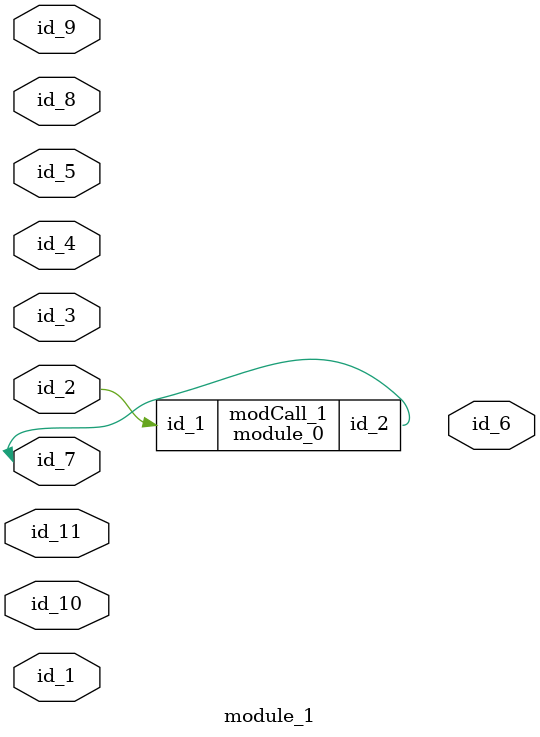
<source format=v>
module module_0 (
    id_1,
    id_2
);
  output wire id_2;
  input wire id_1;
endmodule
module module_1 (
    id_1,
    id_2,
    id_3,
    id_4,
    id_5,
    id_6,
    id_7,
    id_8,
    id_9,
    id_10,
    id_11
);
  input wire id_11;
  inout wire id_10;
  inout wire id_9;
  inout wire id_8;
  inout wire id_7;
  module_0 modCall_1 (
      id_2,
      id_7
  );
  output wire id_6;
  inout wire id_5;
  input wire id_4;
  inout wire id_3;
  input wire id_2;
  inout wire id_1;
  final $clog2(9);
  ;
  parameter id_12 = 1;
endmodule

</source>
